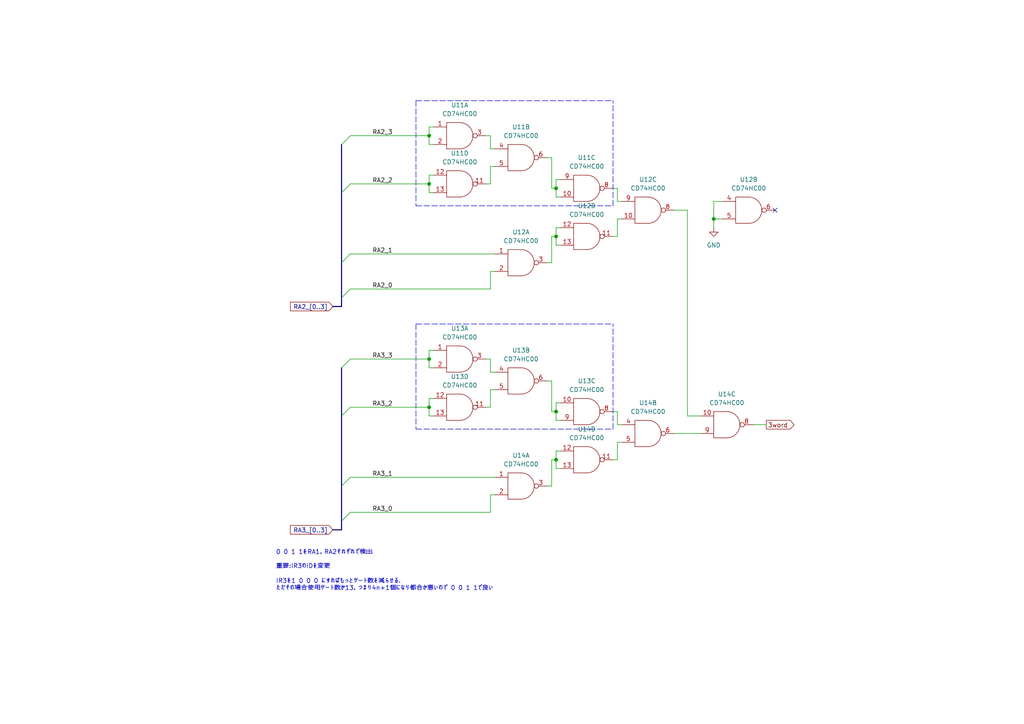
<source format=kicad_sch>
(kicad_sch (version 20211123) (generator eeschema)
  (paper "A4")
  (lib_symbols
    (symbol "CD74HCxx:CD74HC00" (pin_names (offset 0.762))
      (property "Reference" "U" (at -2.54 6.985 0))
      (property "Value" "CD74HC00" (at 1.27 5.08 0))
      (symbol "CD74HC00_0_0"
        (pin power_in line (at -2.54 2.54 0) (length 0) hide (name "VCC") (number "14"))
        (pin power_in line (at -2.54 -2.54 0) (length 0) hide (name "GND") (number "7"))
      )
      (symbol "CD74HC00_0_1"
        (arc (start 0 -3.81) (mid 3.81 0) (end 0 3.81))
        (polyline (pts (xy 0 3.81) (xy -3.81 3.81) (xy -3.81 -3.81) (xy 0 -3.81)))
      )
      (symbol "CD74HC00_0_2"
        (arc (start -4.445 -3.81) (mid -3.175 0) (end -4.445 3.81))
        (arc (start -3.175 -3.81) (mid 0.803 -2.7954) (end 3.81 0))
        (polyline (pts (xy -4.445 -3.81) (xy -3.175 -3.81)))
        (polyline (pts (xy -4.445 3.81) (xy -3.175 3.81)))
        (arc (start 3.81 0) (mid 0.8099 2.8117) (end -3.175 3.81))
      )
      (symbol "CD74HC00_1_1"
        (pin input line (at -7.62 2.54 0) (length 3.81) (name "~") (number "1"))
        (pin input line (at -7.62 -2.54 0) (length 3.81) (name "~") (number "2"))
        (pin output inverted (at 7.62 0 180) (length 3.81) (name "~") (number "3"))
      )
      (symbol "CD74HC00_1_2"
        (pin input inverted (at -7.62 2.54 0) (length 3.81) (name "~") (number "1"))
        (pin input inverted (at -7.62 -2.54 0) (length 3.81) (name "~") (number "2"))
        (pin output line (at 7.62 0 180) (length 3.81) (name "~") (number "3"))
      )
      (symbol "CD74HC00_2_1"
        (pin input line (at -7.62 2.54 0) (length 3.81) (name "~") (number "4"))
        (pin input line (at -7.62 -2.54 0) (length 3.81) (name "~") (number "5"))
        (pin output inverted (at 7.62 0 180) (length 3.81) (name "~") (number "6"))
      )
      (symbol "CD74HC00_2_2"
        (pin input inverted (at -7.62 2.54 0) (length 3.81) (name "~") (number "4"))
        (pin input inverted (at -7.62 -2.54 0) (length 3.81) (name "~") (number "5"))
        (pin output line (at 7.62 0 180) (length 3.81) (name "~") (number "6"))
      )
      (symbol "CD74HC00_3_1"
        (pin input line (at -7.62 -2.54 0) (length 3.81) (name "~") (number "10"))
        (pin output inverted (at 7.62 0 180) (length 3.81) (name "~") (number "8"))
        (pin input line (at -7.62 2.54 0) (length 3.81) (name "~") (number "9"))
      )
      (symbol "CD74HC00_3_2"
        (pin input inverted (at -7.62 -2.54 0) (length 3.81) (name "~") (number "10"))
        (pin output line (at 7.62 0 180) (length 3.81) (name "~") (number "8"))
        (pin input inverted (at -7.62 2.54 0) (length 3.81) (name "~") (number "9"))
      )
      (symbol "CD74HC00_4_1"
        (pin output inverted (at 7.62 0 180) (length 3.81) (name "~") (number "11"))
        (pin input line (at -7.62 2.54 0) (length 3.81) (name "~") (number "12"))
        (pin input line (at -7.62 -2.54 0) (length 3.81) (name "~") (number "13"))
      )
      (symbol "CD74HC00_4_2"
        (pin output line (at 7.62 0 180) (length 3.81) (name "~") (number "11"))
        (pin input inverted (at -7.62 2.54 0) (length 3.81) (name "~") (number "12"))
        (pin input inverted (at -7.62 -2.54 0) (length 3.81) (name "~") (number "13"))
      )
    )
    (symbol "power:GND" (power) (pin_names (offset 0))
      (property "Value" "GND" (at 0 -3.81 0))
      (symbol "GND_0_1"
        (polyline (pts (xy 0 0) (xy 0 -1.27) (xy 1.27 -1.27) (xy 0 -2.54) (xy -1.27 -1.27) (xy 0 -1.27)))
      )
      (symbol "GND_1_1"
        (pin power_in line (at 0 0 270) (length 0) hide (name "GND") (number "1"))
      )
    )
  )
  (junction (at 161.29 133.35))
  (junction (at 124.46 39.37))
  (junction (at 161.29 54.61))
  (junction (at 161.29 68.58))
  (junction (at 124.46 104.14))
  (junction (at 124.46 53.34))
  (junction (at 161.29 119.38))
  (junction (at 124.46 118.11))
  (junction (at 207.01 63.5))
  (no_connect (at 224.79 60.96))
  (bus_entry (at 99.06 76.2) (size 2.54 -2.54))
  (bus_entry (at 99.06 41.91) (size 2.54 -2.54))
  (bus_entry (at 99.06 106.68) (size 2.54 -2.54))
  (bus_entry (at 99.06 151.13) (size 2.54 -2.54))
  (bus_entry (at 99.06 120.65) (size 2.54 -2.54))
  (bus_entry (at 99.06 140.97) (size 2.54 -2.54))
  (bus_entry (at 99.06 86.36) (size 2.54 -2.54))
  (bus_entry (at 99.06 55.88) (size 2.54 -2.54))
  (polyline (pts (xy 177.8 124.46) (xy 177.8 93.98)))
  (wire (pts (xy 125.73 101.6) (xy 124.46 101.6)))
  (wire (pts (xy 179.07 54.61) (xy 179.07 58.42)))
  (polyline (pts (xy 120.65 93.98) (xy 120.65 124.46)))
  (wire (pts (xy 124.46 39.37) (xy 124.46 41.91)))
  (wire (pts (xy 140.97 104.14) (xy 142.24 104.14)))
  (bus (pts (xy 99.06 106.68) (xy 99.06 120.65)))
  (bus (pts (xy 99.06 140.97) (xy 99.06 151.13)))
  (wire (pts (xy 125.73 41.91) (xy 124.46 41.91)))
  (polyline (pts (xy 120.65 93.98) (xy 177.8 93.98)))
  (wire (pts (xy 142.24 148.59) (xy 142.24 143.51)))
  (wire (pts (xy 179.07 133.35) (xy 179.07 128.27)))
  (wire (pts (xy 177.8 133.35) (xy 179.07 133.35)))
  (wire (pts (xy 142.24 107.95) (xy 143.51 107.95)))
  (wire (pts (xy 142.24 104.14) (xy 142.24 107.95)))
  (wire (pts (xy 142.24 39.37) (xy 142.24 43.18)))
  (wire (pts (xy 142.24 43.18) (xy 143.51 43.18)))
  (bus (pts (xy 99.06 55.88) (xy 99.06 76.2)))
  (wire (pts (xy 162.56 71.12) (xy 161.29 71.12)))
  (wire (pts (xy 203.2 120.65) (xy 199.39 120.65)))
  (wire (pts (xy 160.02 119.38) (xy 161.29 119.38)))
  (wire (pts (xy 101.6 104.14) (xy 124.46 104.14)))
  (wire (pts (xy 124.46 104.14) (xy 124.46 106.68)))
  (wire (pts (xy 162.56 66.04) (xy 161.29 66.04)))
  (wire (pts (xy 101.6 39.37) (xy 124.46 39.37)))
  (wire (pts (xy 140.97 53.34) (xy 142.24 53.34)))
  (wire (pts (xy 160.02 68.58) (xy 161.29 68.58)))
  (wire (pts (xy 207.01 66.04) (xy 207.01 63.5)))
  (polyline (pts (xy 120.65 29.21) (xy 120.65 59.69)))
  (wire (pts (xy 222.25 123.19) (xy 218.44 123.19)))
  (wire (pts (xy 179.07 68.58) (xy 179.07 63.5)))
  (wire (pts (xy 160.02 76.2) (xy 160.02 68.58)))
  (wire (pts (xy 209.55 58.42) (xy 207.01 58.42)))
  (wire (pts (xy 125.73 115.57) (xy 124.46 115.57)))
  (wire (pts (xy 177.8 119.38) (xy 179.07 119.38)))
  (wire (pts (xy 179.07 128.27) (xy 180.34 128.27)))
  (wire (pts (xy 142.24 118.11) (xy 142.24 113.03)))
  (wire (pts (xy 161.29 68.58) (xy 161.29 71.12)))
  (wire (pts (xy 124.46 118.11) (xy 124.46 120.65)))
  (wire (pts (xy 142.24 83.82) (xy 142.24 78.74)))
  (wire (pts (xy 142.24 53.34) (xy 142.24 48.26)))
  (bus (pts (xy 99.06 86.36) (xy 99.06 88.9)))
  (wire (pts (xy 160.02 54.61) (xy 161.29 54.61)))
  (wire (pts (xy 101.6 73.66) (xy 143.51 73.66)))
  (wire (pts (xy 177.8 54.61) (xy 179.07 54.61)))
  (wire (pts (xy 161.29 54.61) (xy 161.29 57.15)))
  (wire (pts (xy 195.58 125.73) (xy 203.2 125.73)))
  (polyline (pts (xy 177.8 59.69) (xy 177.8 29.21)))
  (wire (pts (xy 161.29 119.38) (xy 161.29 121.92)))
  (wire (pts (xy 179.07 63.5) (xy 180.34 63.5)))
  (wire (pts (xy 179.07 119.38) (xy 179.07 123.19)))
  (wire (pts (xy 142.24 143.51) (xy 143.51 143.51)))
  (wire (pts (xy 207.01 58.42) (xy 207.01 63.5)))
  (wire (pts (xy 142.24 48.26) (xy 143.51 48.26)))
  (wire (pts (xy 161.29 130.81) (xy 161.29 133.35)))
  (wire (pts (xy 158.75 45.72) (xy 160.02 45.72)))
  (wire (pts (xy 125.73 36.83) (xy 124.46 36.83)))
  (wire (pts (xy 179.07 58.42) (xy 180.34 58.42)))
  (wire (pts (xy 162.56 121.92) (xy 161.29 121.92)))
  (wire (pts (xy 207.01 63.5) (xy 209.55 63.5)))
  (wire (pts (xy 101.6 53.34) (xy 124.46 53.34)))
  (wire (pts (xy 160.02 140.97) (xy 160.02 133.35)))
  (wire (pts (xy 124.46 53.34) (xy 124.46 55.88)))
  (wire (pts (xy 162.56 116.84) (xy 161.29 116.84)))
  (wire (pts (xy 124.46 101.6) (xy 124.46 104.14)))
  (wire (pts (xy 125.73 106.68) (xy 124.46 106.68)))
  (wire (pts (xy 101.6 138.43) (xy 143.51 138.43)))
  (wire (pts (xy 162.56 52.07) (xy 161.29 52.07)))
  (polyline (pts (xy 120.65 124.46) (xy 177.8 124.46)))
  (wire (pts (xy 124.46 36.83) (xy 124.46 39.37)))
  (wire (pts (xy 177.8 68.58) (xy 179.07 68.58)))
  (wire (pts (xy 162.56 130.81) (xy 161.29 130.81)))
  (bus (pts (xy 96.52 88.9) (xy 99.06 88.9)))
  (wire (pts (xy 140.97 39.37) (xy 142.24 39.37)))
  (wire (pts (xy 161.29 52.07) (xy 161.29 54.61)))
  (wire (pts (xy 158.75 110.49) (xy 160.02 110.49)))
  (wire (pts (xy 161.29 116.84) (xy 161.29 119.38)))
  (wire (pts (xy 125.73 50.8) (xy 124.46 50.8)))
  (bus (pts (xy 99.06 151.13) (xy 99.06 153.67)))
  (wire (pts (xy 161.29 133.35) (xy 161.29 135.89)))
  (wire (pts (xy 124.46 115.57) (xy 124.46 118.11)))
  (wire (pts (xy 160.02 45.72) (xy 160.02 54.61)))
  (wire (pts (xy 101.6 148.59) (xy 142.24 148.59)))
  (wire (pts (xy 101.6 118.11) (xy 124.46 118.11)))
  (polyline (pts (xy 120.65 59.69) (xy 177.8 59.69)))
  (wire (pts (xy 125.73 55.88) (xy 124.46 55.88)))
  (bus (pts (xy 99.06 120.65) (xy 99.06 140.97)))
  (wire (pts (xy 158.75 140.97) (xy 160.02 140.97)))
  (wire (pts (xy 142.24 78.74) (xy 143.51 78.74)))
  (wire (pts (xy 195.58 60.96) (xy 199.39 60.96)))
  (bus (pts (xy 99.06 41.91) (xy 99.06 55.88)))
  (wire (pts (xy 179.07 123.19) (xy 180.34 123.19)))
  (wire (pts (xy 162.56 57.15) (xy 161.29 57.15)))
  (wire (pts (xy 125.73 120.65) (xy 124.46 120.65)))
  (wire (pts (xy 101.6 83.82) (xy 142.24 83.82)))
  (wire (pts (xy 124.46 50.8) (xy 124.46 53.34)))
  (wire (pts (xy 160.02 110.49) (xy 160.02 119.38)))
  (wire (pts (xy 161.29 66.04) (xy 161.29 68.58)))
  (wire (pts (xy 140.97 118.11) (xy 142.24 118.11)))
  (bus (pts (xy 99.06 76.2) (xy 99.06 86.36)))
  (bus (pts (xy 96.52 153.67) (xy 99.06 153.67)))
  (wire (pts (xy 160.02 133.35) (xy 161.29 133.35)))
  (wire (pts (xy 158.75 76.2) (xy 160.02 76.2)))
  (polyline (pts (xy 120.65 29.21) (xy 177.8 29.21)))
  (wire (pts (xy 142.24 113.03) (xy 143.51 113.03)))
  (wire (pts (xy 162.56 135.89) (xy 161.29 135.89)))
  (wire (pts (xy 199.39 120.65) (xy 199.39 60.96)))
  (text "IR3を1 0 0 0 にすればもっとゲート数を減らせる．\nただその場合使用ゲート数が13，つまり4n+1個になり都合が悪いので 0 0 1 1で良い" (at 80.01 171.45 0) (effects (font (size 1.27 1.27)) (justify left bottom)))
  (text "0 0 1 1をRA1，RA2それぞれで検出\n\n重要:IR3のIDを変更" (at 80.01 165.1 0) (effects (font (size 1.27 1.27)) (justify left bottom)))
  (label "RA2_0" (at 107.95 83.82 0))
  (label "RA2_3" (at 107.95 39.37 0))
  (label "RA3_0" (at 107.95 148.59 0))
  (label "RA2_2" (at 107.95 53.34 0))
  (label "RA3_1" (at 107.95 138.43 0))
  (label "RA3_2" (at 107.95 118.11 0))
  (label "RA2_1" (at 107.95 73.66 0))
  (label "RA3_3" (at 107.95 104.14 0))
  (global_label "3word" (shape output) (at 222.25 123.19 0) (property "Intersheet References" "${INTERSHEET_REFS}" (effects hide)))
  (global_label "RA3_[0..3]" (shape input) (at 96.52 153.67 180) (property "Intersheet References" "${INTERSHEET_REFS}" (effects hide)))
  (global_label "RA2_[0..3]" (shape input) (at 96.52 88.9 180) (property "Intersheet References" "${INTERSHEET_REFS}" (effects hide)))
  (symbol (lib_id "CD74HCxx:CD74HC00") (at 187.96 60.96 0) (unit 3)
    (property "Reference" "U12" (at 187.96 52.07 0))
    (property "Value" "CD74HC00" (at 187.96 54.61 0))
    (property "Footprint" "Package_DIP:DIP-14_W7.62mm" (effects hide))
  )
  (symbol (lib_id "CD74HCxx:CD74HC00") (at 151.13 140.97 0) (unit 1)
    (property "Reference" "U14" (at 151.13 132.08 0))
    (property "Value" "CD74HC00" (at 151.13 134.62 0))
    (property "Footprint" "Package_DIP:DIP-14_W7.62mm" (effects hide))
  )
  (symbol (lib_id "CD74HCxx:CD74HC00") (at 133.35 53.34 0) (unit 4)
    (property "Reference" "U11" (at 133.35 44.45 0))
    (property "Value" "CD74HC00" (at 133.35 46.99 0))
    (property "Footprint" "Package_DIP:DIP-14_W7.62mm" (effects hide))
  )
  (symbol (lib_id "CD74HCxx:CD74HC00") (at 151.13 45.72 0) (unit 2)
    (property "Reference" "U11" (at 151.13 36.83 0))
    (property "Value" "CD74HC00" (at 151.13 39.37 0))
    (property "Footprint" "Package_DIP:DIP-14_W7.62mm" (effects hide))
  )
  (symbol (lib_id "CD74HCxx:CD74HC00") (at 133.35 104.14 0) (unit 1)
    (property "Reference" "U13" (at 133.35 95.25 0))
    (property "Value" "CD74HC00" (at 133.35 97.79 0))
    (property "Footprint" "Package_DIP:DIP-14_W7.62mm" (effects hide))
  )
  (symbol (lib_id "CD74HCxx:CD74HC00") (at 151.13 110.49 0) (unit 2)
    (property "Reference" "U13" (at 151.13 101.6 0))
    (property "Value" "CD74HC00" (at 151.13 104.14 0))
    (property "Footprint" "Package_DIP:DIP-14_W7.62mm" (effects hide))
  )
  (symbol (lib_id "CD74HCxx:CD74HC00") (at 210.82 123.19 0) (mirror x) (unit 3)
    (property "Reference" "U14" (at 210.82 114.3 0))
    (property "Value" "CD74HC00" (at 210.82 116.84 0))
    (property "Footprint" "Package_DIP:DIP-14_W7.62mm" (effects hide))
  )
  (symbol (lib_id "power:GND") (at 207.01 66.04 0) (unit 1)
    (property "Reference" "#PWR0102" (effects hide))
    (property "Value" "GND" (at 207.01 71.12 0))
  )
  (symbol (lib_id "CD74HCxx:CD74HC00") (at 217.17 60.96 0) (unit 2)
    (property "Reference" "U12" (at 217.17 52.07 0))
    (property "Value" "CD74HC00" (at 217.17 54.61 0))
    (property "Footprint" "Package_DIP:DIP-14_W7.62mm" (effects hide))
  )
  (symbol (lib_id "CD74HCxx:CD74HC00") (at 170.18 133.35 0) (unit 4)
    (property "Reference" "U14" (at 170.18 124.46 0))
    (property "Value" "CD74HC00" (at 170.18 127 0))
    (property "Footprint" "Package_DIP:DIP-14_W7.62mm" (effects hide))
  )
  (symbol (lib_id "CD74HCxx:CD74HC00") (at 187.96 125.73 0) (unit 2)
    (property "Reference" "U14" (at 187.96 116.84 0))
    (property "Value" "CD74HC00" (at 187.96 119.38 0))
    (property "Footprint" "Package_DIP:DIP-14_W7.62mm" (effects hide))
  )
  (symbol (lib_id "CD74HCxx:CD74HC00") (at 170.18 68.58 0) (unit 4)
    (property "Reference" "U12" (at 170.18 59.69 0))
    (property "Value" "CD74HC00" (at 170.18 62.23 0))
    (property "Footprint" "Package_DIP:DIP-14_W7.62mm" (effects hide))
  )
  (symbol (lib_id "CD74HCxx:CD74HC00") (at 133.35 118.11 0) (unit 4)
    (property "Reference" "U13" (at 133.35 109.22 0))
    (property "Value" "CD74HC00" (at 133.35 111.76 0))
    (property "Footprint" "Package_DIP:DIP-14_W7.62mm" (effects hide))
  )
  (symbol (lib_id "CD74HCxx:CD74HC00") (at 170.18 119.38 0) (mirror x) (unit 3)
    (property "Reference" "U13" (at 170.18 110.49 0))
    (property "Value" "CD74HC00" (at 170.18 113.03 0))
    (property "Footprint" "Package_DIP:DIP-14_W7.62mm" (effects hide))
  )
  (symbol (lib_id "CD74HCxx:CD74HC00") (at 170.18 54.61 0) (unit 3)
    (property "Reference" "U11" (at 170.18 45.72 0))
    (property "Value" "CD74HC00" (at 170.18 48.26 0))
    (property "Footprint" "Package_DIP:DIP-14_W7.62mm" (effects hide))
  )
  (symbol (lib_id "CD74HCxx:CD74HC00") (at 133.35 39.37 0) (unit 1)
    (property "Reference" "U11" (at 133.35 30.48 0))
    (property "Value" "CD74HC00" (at 133.35 33.02 0))
    (property "Footprint" "Package_DIP:DIP-14_W7.62mm" (effects hide))
  )
  (symbol (lib_id "CD74HCxx:CD74HC00") (at 151.13 76.2 0) (unit 1)
    (property "Reference" "U12" (at 151.13 67.31 0))
    (property "Value" "CD74HC00" (at 151.13 69.85 0))
    (property "Footprint" "Package_DIP:DIP-14_W7.62mm" (effects hide))
  )
)
</source>
